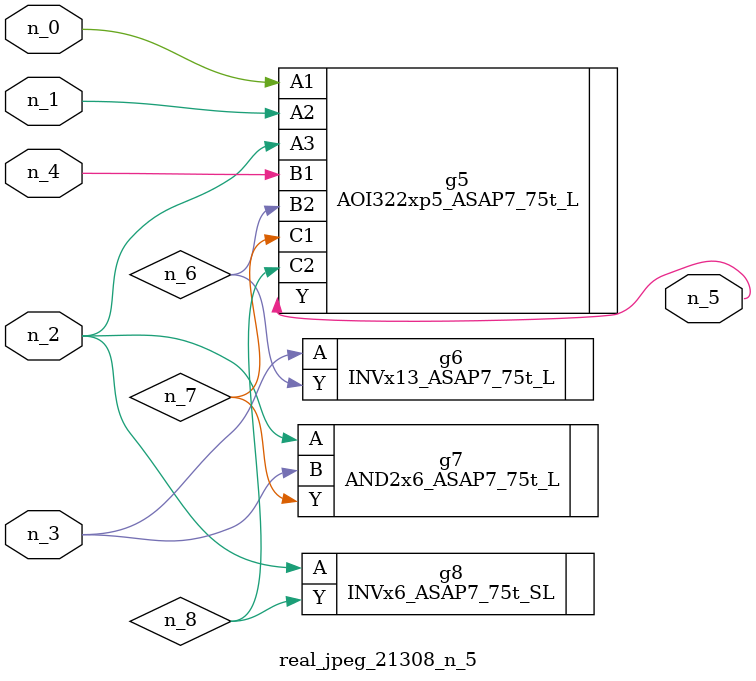
<source format=v>
module real_jpeg_21308_n_5 (n_4, n_0, n_1, n_2, n_3, n_5);

input n_4;
input n_0;
input n_1;
input n_2;
input n_3;

output n_5;

wire n_8;
wire n_6;
wire n_7;

AOI322xp5_ASAP7_75t_L g5 ( 
.A1(n_0),
.A2(n_1),
.A3(n_2),
.B1(n_4),
.B2(n_6),
.C1(n_7),
.C2(n_8),
.Y(n_5)
);

AND2x6_ASAP7_75t_L g7 ( 
.A(n_2),
.B(n_3),
.Y(n_7)
);

INVx6_ASAP7_75t_SL g8 ( 
.A(n_2),
.Y(n_8)
);

INVx13_ASAP7_75t_L g6 ( 
.A(n_3),
.Y(n_6)
);


endmodule
</source>
